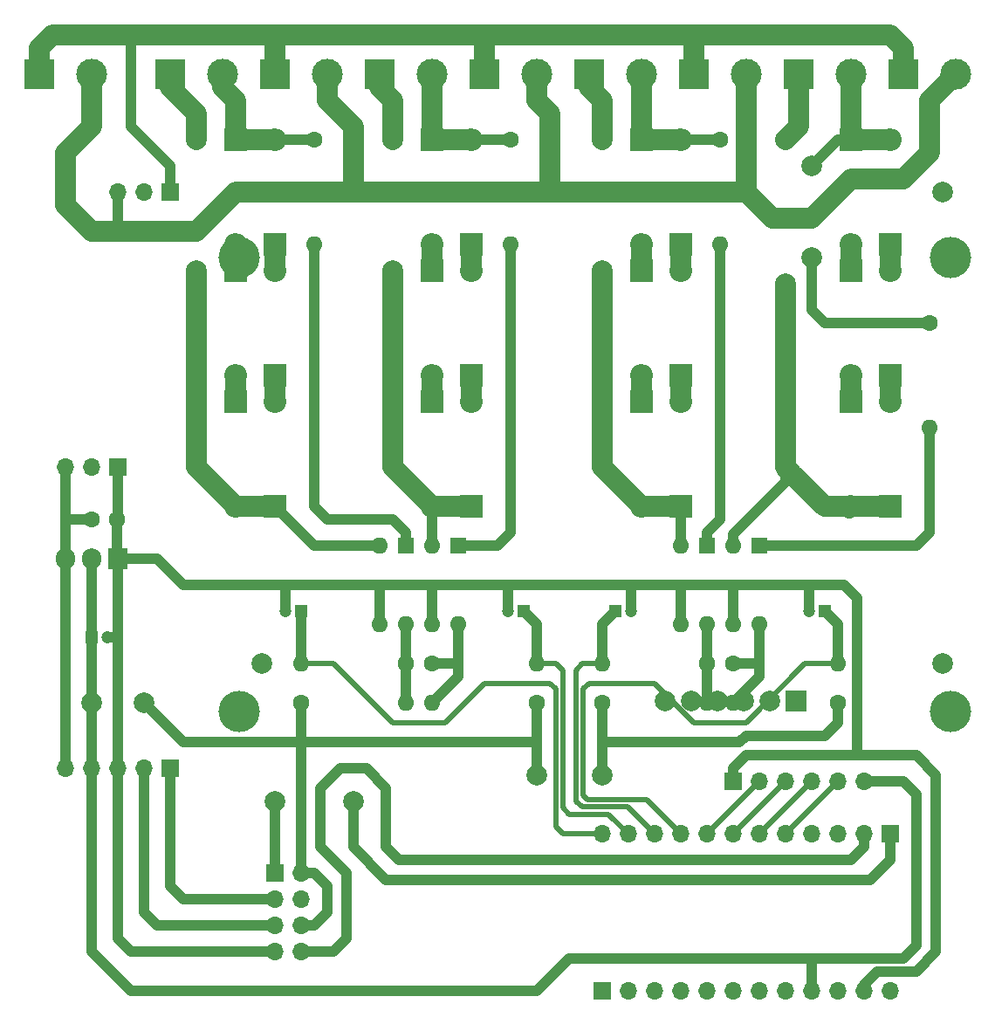
<source format=gbr>
%TF.GenerationSoftware,KiCad,Pcbnew,(5.1.7)-1*%
%TF.CreationDate,2020-11-14T13:05:27+01:00*%
%TF.ProjectId,bulb-current-sensor,62756c62-2d63-4757-9272-656e742d7365,rev?*%
%TF.SameCoordinates,Original*%
%TF.FileFunction,Copper,L2,Bot*%
%TF.FilePolarity,Positive*%
%FSLAX46Y46*%
G04 Gerber Fmt 4.6, Leading zero omitted, Abs format (unit mm)*
G04 Created by KiCad (PCBNEW (5.1.7)-1) date 2020-11-14 13:05:27*
%MOMM*%
%LPD*%
G01*
G04 APERTURE LIST*
%TA.AperFunction,ComponentPad*%
%ADD10C,2.000000*%
%TD*%
%TA.AperFunction,ComponentPad*%
%ADD11R,2.000000X2.000000*%
%TD*%
%TA.AperFunction,ComponentPad*%
%ADD12C,4.000000*%
%TD*%
%TA.AperFunction,ComponentPad*%
%ADD13C,3.000000*%
%TD*%
%TA.AperFunction,ComponentPad*%
%ADD14R,2.999999X2.999999*%
%TD*%
%TA.AperFunction,ComponentPad*%
%ADD15R,1.200000X1.200000*%
%TD*%
%TA.AperFunction,ComponentPad*%
%ADD16C,1.200000*%
%TD*%
%TA.AperFunction,ComponentPad*%
%ADD17O,2.200000X2.200000*%
%TD*%
%TA.AperFunction,ComponentPad*%
%ADD18R,2.200000X2.200000*%
%TD*%
%TA.AperFunction,ComponentPad*%
%ADD19R,3.000000X3.000000*%
%TD*%
%TA.AperFunction,ComponentPad*%
%ADD20R,1.700000X1.700000*%
%TD*%
%TA.AperFunction,ComponentPad*%
%ADD21O,1.700000X1.700000*%
%TD*%
%TA.AperFunction,ComponentPad*%
%ADD22C,1.600000*%
%TD*%
%TA.AperFunction,ComponentPad*%
%ADD23O,1.600000X1.600000*%
%TD*%
%TA.AperFunction,ComponentPad*%
%ADD24R,1.600000X1.600000*%
%TD*%
%TA.AperFunction,ComponentPad*%
%ADD25R,1.905000X2.000000*%
%TD*%
%TA.AperFunction,ComponentPad*%
%ADD26O,1.905000X2.000000*%
%TD*%
%TA.AperFunction,Conductor*%
%ADD27C,1.016000*%
%TD*%
%TA.AperFunction,Conductor*%
%ADD28C,0.508000*%
%TD*%
%TA.AperFunction,Conductor*%
%ADD29C,2.032000*%
%TD*%
G04 APERTURE END LIST*
D10*
%TO.P,REF\u002A\u002A,6*%
%TO.N,N/C*%
X86140000Y-84900000D03*
%TO.P,REF\u002A\u002A,5*%
X88680000Y-84900000D03*
%TO.P,REF\u002A\u002A,4*%
X91220000Y-84900000D03*
%TO.P,REF\u002A\u002A,3*%
X93760000Y-84900000D03*
%TO.P,REF\u002A\u002A,2*%
X96300000Y-84900000D03*
D11*
%TO.P,REF\u002A\u002A,1*%
X98840000Y-84900000D03*
D12*
%TO.P,REF\u002A\u002A,10*%
X44840000Y-85900000D03*
X44840000Y-41900000D03*
X113840000Y-41900000D03*
X113840000Y-85900000D03*
%TD*%
D10*
%TO.P,hole1,1*%
%TO.N,N/C*%
X46990000Y-81280000D03*
%TD*%
%TO.P,hole1,1*%
%TO.N,N/C*%
X113030000Y-81280000D03*
%TD*%
%TO.P,hole1,1*%
%TO.N,N/C*%
X113030000Y-35560000D03*
%TD*%
%TO.P,REF\u002A\u002A,1*%
%TO.N,/esp_rx*%
X55880000Y-94615000D03*
%TD*%
%TO.P,REF\u002A\u002A,1*%
%TO.N,/esp_rx*%
X48260000Y-94615000D03*
%TD*%
%TO.P,REF\u002A\u002A,1*%
%TO.N,/dc_33*%
X73660000Y-92075000D03*
%TD*%
%TO.P,REF\u002A\u002A,1*%
%TO.N,/dc_33*%
X80010000Y-92075000D03*
%TD*%
%TO.P,REF\u002A\u002A,1*%
%TO.N,/dc_33*%
X35560000Y-85090000D03*
%TD*%
%TO.P,REF\u002A\u002A,1*%
%TO.N,/dc_33*%
X30480000Y-85090000D03*
%TD*%
%TO.P,REF\u002A\u002A,1*%
%TO.N,/ac_in4*%
X100330000Y-41910000D03*
%TD*%
%TO.P,REF\u002A\u002A,1*%
%TO.N,/ac_in4*%
X100330000Y-33020000D03*
%TD*%
D13*
%TO.P,J9,2*%
%TO.N,/ac_live*%
X114300000Y-24130000D03*
D14*
%TO.P,J9,1*%
%TO.N,/ac_neutral*%
X109220000Y-24130000D03*
%TD*%
D10*
%TO.P,REF\u002A\u002A,1*%
%TO.N,/as_out4*%
X97790000Y-44450000D03*
%TD*%
%TO.P,REF\u002A\u002A,1*%
%TO.N,/as_out4*%
X97790000Y-30480000D03*
%TD*%
%TO.P,REF\u002A\u002A,1*%
%TO.N,/as_out3*%
X80010000Y-43180000D03*
%TD*%
%TO.P,REF\u002A\u002A,1*%
%TO.N,/as_out3*%
X80010000Y-30480000D03*
%TD*%
%TO.P,REF\u002A\u002A,1*%
%TO.N,/as_out2*%
X59690000Y-43180000D03*
%TD*%
%TO.P,REF\u002A\u002A,1*%
%TO.N,/as_out2*%
X59690000Y-30480000D03*
%TD*%
%TO.P,REF\u002A\u002A,1*%
%TO.N,/as_out1*%
X40640000Y-43180000D03*
%TD*%
%TO.P,REF\u002A\u002A,1*%
%TO.N,/as_out1*%
X40640000Y-30480000D03*
%TD*%
D15*
%TO.P,C1,1*%
%TO.N,/sense1*%
X50800000Y-76200000D03*
D16*
%TO.P,C1,2*%
%TO.N,/gnd*%
X49300000Y-76200000D03*
%TD*%
D15*
%TO.P,C2,1*%
%TO.N,/sense2*%
X72390000Y-76200000D03*
D16*
%TO.P,C2,2*%
%TO.N,/gnd*%
X70890000Y-76200000D03*
%TD*%
%TO.P,C3,2*%
%TO.N,/gnd*%
X82780000Y-76200000D03*
D15*
%TO.P,C3,1*%
%TO.N,/sense3*%
X81280000Y-76200000D03*
%TD*%
D16*
%TO.P,C4,2*%
%TO.N,/gnd*%
X100100000Y-76200000D03*
D15*
%TO.P,C4,1*%
%TO.N,/sense4*%
X101600000Y-76200000D03*
%TD*%
D17*
%TO.P,D1,2*%
%TO.N,/ac_in1*%
X48260000Y-30480000D03*
D18*
%TO.P,D1,1*%
%TO.N,Net-(D1-Pad1)*%
X48260000Y-40640000D03*
%TD*%
%TO.P,D2,1*%
%TO.N,Net-(D2-Pad1)*%
X48260000Y-53340000D03*
D17*
%TO.P,D2,2*%
%TO.N,Net-(D1-Pad1)*%
X48260000Y-43180000D03*
%TD*%
D18*
%TO.P,D3,1*%
%TO.N,/as_out1*%
X48260000Y-66040000D03*
D17*
%TO.P,D3,2*%
%TO.N,Net-(D2-Pad1)*%
X48260000Y-55880000D03*
%TD*%
D18*
%TO.P,D4,1*%
%TO.N,Net-(D4-Pad1)*%
X67310000Y-40640000D03*
D17*
%TO.P,D4,2*%
%TO.N,/ac_in2*%
X67310000Y-30480000D03*
%TD*%
D18*
%TO.P,D5,1*%
%TO.N,Net-(D5-Pad1)*%
X67310000Y-53340000D03*
D17*
%TO.P,D5,2*%
%TO.N,Net-(D4-Pad1)*%
X67310000Y-43180000D03*
%TD*%
%TO.P,D6,2*%
%TO.N,Net-(D5-Pad1)*%
X67310000Y-55880000D03*
D18*
%TO.P,D6,1*%
%TO.N,/as_out2*%
X67310000Y-66040000D03*
%TD*%
D17*
%TO.P,D7,2*%
%TO.N,/ac_in3*%
X87630000Y-30480000D03*
D18*
%TO.P,D7,1*%
%TO.N,Net-(D7-Pad1)*%
X87630000Y-40640000D03*
%TD*%
%TO.P,D8,1*%
%TO.N,Net-(D8-Pad1)*%
X87630000Y-53340000D03*
D17*
%TO.P,D8,2*%
%TO.N,Net-(D7-Pad1)*%
X87630000Y-43180000D03*
%TD*%
%TO.P,D9,2*%
%TO.N,Net-(D8-Pad1)*%
X87630000Y-55880000D03*
D18*
%TO.P,D9,1*%
%TO.N,/as_out3*%
X87630000Y-66040000D03*
%TD*%
%TO.P,D10,1*%
%TO.N,Net-(D10-Pad1)*%
X107950000Y-40640000D03*
D17*
%TO.P,D10,2*%
%TO.N,/ac_in4*%
X107950000Y-30480000D03*
%TD*%
%TO.P,D11,2*%
%TO.N,Net-(D10-Pad1)*%
X107950000Y-43180000D03*
D18*
%TO.P,D11,1*%
%TO.N,Net-(D11-Pad1)*%
X107950000Y-53340000D03*
%TD*%
%TO.P,D12,1*%
%TO.N,/as_out4*%
X107950000Y-66040000D03*
D17*
%TO.P,D12,2*%
%TO.N,Net-(D11-Pad1)*%
X107950000Y-55880000D03*
%TD*%
%TO.P,D13,2*%
%TO.N,Net-(D13-Pad2)*%
X44450000Y-40640000D03*
D18*
%TO.P,D13,1*%
%TO.N,/ac_in1*%
X44450000Y-30480000D03*
%TD*%
%TO.P,D14,1*%
%TO.N,Net-(D13-Pad2)*%
X44450000Y-43180000D03*
D17*
%TO.P,D14,2*%
%TO.N,Net-(D14-Pad2)*%
X44450000Y-53340000D03*
%TD*%
%TO.P,D15,2*%
%TO.N,/as_out1*%
X44450000Y-66040000D03*
D18*
%TO.P,D15,1*%
%TO.N,Net-(D14-Pad2)*%
X44450000Y-55880000D03*
%TD*%
%TO.P,D16,1*%
%TO.N,/ac_in2*%
X63500000Y-30480000D03*
D17*
%TO.P,D16,2*%
%TO.N,Net-(D16-Pad2)*%
X63500000Y-40640000D03*
%TD*%
%TO.P,D17,2*%
%TO.N,Net-(D17-Pad2)*%
X63500000Y-53340000D03*
D18*
%TO.P,D17,1*%
%TO.N,Net-(D16-Pad2)*%
X63500000Y-43180000D03*
%TD*%
%TO.P,D18,1*%
%TO.N,Net-(D17-Pad2)*%
X63500000Y-55880000D03*
D17*
%TO.P,D18,2*%
%TO.N,/as_out2*%
X63500000Y-66040000D03*
%TD*%
D18*
%TO.P,D19,1*%
%TO.N,/ac_in3*%
X83820000Y-30480000D03*
D17*
%TO.P,D19,2*%
%TO.N,Net-(D19-Pad2)*%
X83820000Y-40640000D03*
%TD*%
%TO.P,D20,2*%
%TO.N,Net-(D20-Pad2)*%
X83820000Y-53340000D03*
D18*
%TO.P,D20,1*%
%TO.N,Net-(D19-Pad2)*%
X83820000Y-43180000D03*
%TD*%
D17*
%TO.P,D21,2*%
%TO.N,/as_out3*%
X83820000Y-66040000D03*
D18*
%TO.P,D21,1*%
%TO.N,Net-(D20-Pad2)*%
X83820000Y-55880000D03*
%TD*%
D17*
%TO.P,D22,2*%
%TO.N,Net-(D22-Pad2)*%
X104140000Y-40640000D03*
D18*
%TO.P,D22,1*%
%TO.N,/ac_in4*%
X104140000Y-30480000D03*
%TD*%
%TO.P,D23,1*%
%TO.N,Net-(D22-Pad2)*%
X104140000Y-43180000D03*
D17*
%TO.P,D23,2*%
%TO.N,Net-(D23-Pad2)*%
X104140000Y-53340000D03*
%TD*%
%TO.P,D24,2*%
%TO.N,/as_out4*%
X104140000Y-66040000D03*
D18*
%TO.P,D24,1*%
%TO.N,Net-(D23-Pad2)*%
X104140000Y-55880000D03*
%TD*%
D19*
%TO.P,J1,1*%
%TO.N,/ac_neutral*%
X25400000Y-24130000D03*
D13*
%TO.P,J1,2*%
%TO.N,/ac_live*%
X30480000Y-24130000D03*
%TD*%
%TO.P,J2,2*%
%TO.N,/ac_in1*%
X43180000Y-24130000D03*
D19*
%TO.P,J2,1*%
%TO.N,/as_out1*%
X38100000Y-24130000D03*
%TD*%
%TO.P,J3,1*%
%TO.N,/ac_neutral*%
X48260000Y-24130000D03*
D13*
%TO.P,J3,2*%
%TO.N,/ac_live*%
X53340000Y-24130000D03*
%TD*%
D19*
%TO.P,J4,1*%
%TO.N,/as_out2*%
X58420000Y-24130000D03*
D13*
%TO.P,J4,2*%
%TO.N,/ac_in2*%
X63500000Y-24130000D03*
%TD*%
%TO.P,J5,2*%
%TO.N,/ac_live*%
X73660000Y-24130000D03*
D19*
%TO.P,J5,1*%
%TO.N,/ac_neutral*%
X68580000Y-24130000D03*
%TD*%
D13*
%TO.P,J6,2*%
%TO.N,/ac_in3*%
X83820000Y-24130000D03*
D19*
%TO.P,J6,1*%
%TO.N,/as_out3*%
X78740000Y-24130000D03*
%TD*%
%TO.P,J7,1*%
%TO.N,/ac_neutral*%
X88900000Y-24130000D03*
D13*
%TO.P,J7,2*%
%TO.N,/ac_live*%
X93980000Y-24130000D03*
%TD*%
D19*
%TO.P,J8,1*%
%TO.N,/as_out4*%
X99060000Y-24130000D03*
D13*
%TO.P,J8,2*%
%TO.N,/ac_in4*%
X104140000Y-24130000D03*
%TD*%
D20*
%TO.P,J16,1*%
%TO.N,Net-(J16-Pad1)*%
X80010000Y-113030000D03*
D21*
%TO.P,J16,2*%
%TO.N,Net-(J16-Pad2)*%
X82550000Y-113030000D03*
%TO.P,J16,3*%
%TO.N,Net-(J16-Pad3)*%
X85090000Y-113030000D03*
%TO.P,J16,4*%
%TO.N,Net-(J16-Pad4)*%
X87630000Y-113030000D03*
%TO.P,J16,5*%
%TO.N,Net-(J16-Pad5)*%
X90170000Y-113030000D03*
%TO.P,J16,6*%
%TO.N,Net-(J16-Pad6)*%
X92710000Y-113030000D03*
%TO.P,J16,7*%
%TO.N,Net-(J16-Pad7)*%
X95250000Y-113030000D03*
%TO.P,J16,8*%
%TO.N,Net-(J16-Pad8)*%
X97790000Y-113030000D03*
%TO.P,J16,9*%
%TO.N,/dc_33*%
X100330000Y-113030000D03*
%TO.P,J16,10*%
%TO.N,Net-(J16-Pad10)*%
X102870000Y-113030000D03*
%TO.P,J16,11*%
%TO.N,/gnd*%
X105410000Y-113030000D03*
%TO.P,J16,12*%
%TO.N,Net-(J16-Pad12)*%
X107950000Y-113030000D03*
%TD*%
D22*
%TO.P,R1,1*%
%TO.N,/ac_in1*%
X52070000Y-30480000D03*
D23*
%TO.P,R1,2*%
%TO.N,Net-(R1-Pad2)*%
X52070000Y-40640000D03*
%TD*%
%TO.P,R2,2*%
%TO.N,Net-(R2-Pad2)*%
X71120000Y-40640000D03*
D22*
%TO.P,R2,1*%
%TO.N,/ac_in2*%
X71120000Y-30480000D03*
%TD*%
%TO.P,R3,1*%
%TO.N,/ac_in3*%
X91440000Y-30480000D03*
D23*
%TO.P,R3,2*%
%TO.N,Net-(R3-Pad2)*%
X91440000Y-40640000D03*
%TD*%
D22*
%TO.P,R4,1*%
%TO.N,/ac_in4*%
X111760000Y-48260000D03*
D23*
%TO.P,R4,2*%
%TO.N,Net-(R4-Pad2)*%
X111760000Y-58420000D03*
%TD*%
%TO.P,R5,2*%
%TO.N,Net-(R5-Pad2)*%
X60960000Y-85090000D03*
D22*
%TO.P,R5,1*%
%TO.N,/dc_33*%
X50800000Y-85090000D03*
%TD*%
%TO.P,R6,1*%
%TO.N,/dc_33*%
X73660000Y-85090000D03*
D23*
%TO.P,R6,2*%
%TO.N,Net-(R10-Pad1)*%
X63500000Y-85090000D03*
%TD*%
%TO.P,R7,2*%
%TO.N,Net-(R11-Pad1)*%
X90170000Y-85090000D03*
D22*
%TO.P,R7,1*%
%TO.N,/dc_33*%
X80010000Y-85090000D03*
%TD*%
D23*
%TO.P,R8,2*%
%TO.N,Net-(R12-Pad1)*%
X92710000Y-85090000D03*
D22*
%TO.P,R8,1*%
%TO.N,/dc_33*%
X102870000Y-85090000D03*
%TD*%
%TO.P,R9,1*%
%TO.N,Net-(R5-Pad2)*%
X60960000Y-81280000D03*
D23*
%TO.P,R9,2*%
%TO.N,/sense1*%
X50800000Y-81280000D03*
%TD*%
%TO.P,R10,2*%
%TO.N,/sense2*%
X73660000Y-81280000D03*
D22*
%TO.P,R10,1*%
%TO.N,Net-(R10-Pad1)*%
X63500000Y-81280000D03*
%TD*%
%TO.P,R11,1*%
%TO.N,Net-(R11-Pad1)*%
X90170000Y-81280000D03*
D23*
%TO.P,R11,2*%
%TO.N,/sense3*%
X80010000Y-81280000D03*
%TD*%
%TO.P,R12,2*%
%TO.N,/sense4*%
X102870000Y-81280000D03*
D22*
%TO.P,R12,1*%
%TO.N,Net-(R12-Pad1)*%
X92710000Y-81280000D03*
%TD*%
D23*
%TO.P,U1,4*%
%TO.N,Net-(R5-Pad2)*%
X60960000Y-77470000D03*
%TO.P,U1,2*%
%TO.N,/as_out1*%
X58420000Y-69850000D03*
%TO.P,U1,3*%
%TO.N,/gnd*%
X58420000Y-77470000D03*
D24*
%TO.P,U1,1*%
%TO.N,Net-(R1-Pad2)*%
X60960000Y-69850000D03*
%TD*%
D23*
%TO.P,U2,4*%
%TO.N,Net-(R10-Pad1)*%
X66040000Y-77470000D03*
%TO.P,U2,2*%
%TO.N,/as_out2*%
X63500000Y-69850000D03*
%TO.P,U2,3*%
%TO.N,/gnd*%
X63500000Y-77470000D03*
D24*
%TO.P,U2,1*%
%TO.N,Net-(R2-Pad2)*%
X66040000Y-69850000D03*
%TD*%
%TO.P,U3,1*%
%TO.N,Net-(R3-Pad2)*%
X90170000Y-69850000D03*
D23*
%TO.P,U3,3*%
%TO.N,/gnd*%
X87630000Y-77470000D03*
%TO.P,U3,2*%
%TO.N,/as_out3*%
X87630000Y-69850000D03*
%TO.P,U3,4*%
%TO.N,Net-(R11-Pad1)*%
X90170000Y-77470000D03*
%TD*%
D24*
%TO.P,U4,1*%
%TO.N,Net-(R4-Pad2)*%
X95250000Y-69850000D03*
D23*
%TO.P,U4,3*%
%TO.N,/gnd*%
X92710000Y-77470000D03*
%TO.P,U4,2*%
%TO.N,/as_out4*%
X92710000Y-69850000D03*
%TO.P,U4,4*%
%TO.N,Net-(R12-Pad1)*%
X95250000Y-77470000D03*
%TD*%
D25*
%TO.P,U5,1*%
%TO.N,/gnd*%
X33020000Y-71120000D03*
D26*
%TO.P,U5,2*%
%TO.N,/dc_33*%
X30480000Y-71120000D03*
%TO.P,U5,3*%
%TO.N,/dc_5*%
X27940000Y-71120000D03*
%TD*%
D22*
%TO.P,C5,1*%
%TO.N,/dc_5*%
X30480000Y-67310000D03*
%TO.P,C5,2*%
%TO.N,/gnd*%
X32980000Y-67310000D03*
%TD*%
D15*
%TO.P,C6,1*%
%TO.N,/dc_33*%
X30480000Y-78740000D03*
D16*
%TO.P,C6,2*%
%TO.N,/gnd*%
X31980000Y-78740000D03*
%TD*%
D20*
%TO.P,J18,1*%
%TO.N,/esp_rx*%
X107950000Y-97790000D03*
D21*
%TO.P,J18,2*%
%TO.N,/esp_tx*%
X105410000Y-97790000D03*
%TO.P,J18,3*%
%TO.N,Net-(J18-Pad3)*%
X102870000Y-97790000D03*
%TO.P,J18,4*%
%TO.N,Net-(J18-Pad4)*%
X100330000Y-97790000D03*
%TO.P,J18,5*%
%TO.N,/line4*%
X97790000Y-97790000D03*
%TO.P,J18,6*%
%TO.N,/line3*%
X95250000Y-97790000D03*
%TO.P,J18,7*%
%TO.N,/line2*%
X92710000Y-97790000D03*
%TO.P,J18,8*%
%TO.N,/line1*%
X90170000Y-97790000D03*
%TO.P,J18,9*%
%TO.N,/sense4*%
X87630000Y-97790000D03*
%TO.P,J18,10*%
%TO.N,/sense3*%
X85090000Y-97790000D03*
%TO.P,J18,11*%
%TO.N,/sense2*%
X82550000Y-97790000D03*
%TO.P,J18,12*%
%TO.N,/sense1*%
X80010000Y-97790000D03*
%TD*%
D20*
%TO.P,J19,1*%
%TO.N,/gpio0*%
X38100000Y-91440000D03*
D21*
%TO.P,J19,2*%
%TO.N,/gpio2*%
X35560000Y-91440000D03*
%TO.P,J19,3*%
%TO.N,/gnd*%
X33020000Y-91440000D03*
%TO.P,J19,4*%
%TO.N,/dc_33*%
X30480000Y-91440000D03*
%TO.P,J19,5*%
%TO.N,/dc_5*%
X27940000Y-91440000D03*
%TD*%
D20*
%TO.P,J20,1*%
%TO.N,/gnd*%
X92710000Y-92710000D03*
D21*
%TO.P,J20,2*%
%TO.N,/line1*%
X95250000Y-92710000D03*
%TO.P,J20,3*%
%TO.N,/line2*%
X97790000Y-92710000D03*
%TO.P,J20,4*%
%TO.N,/line3*%
X100330000Y-92710000D03*
%TO.P,J20,5*%
%TO.N,/line4*%
X102870000Y-92710000D03*
%TO.P,J20,6*%
%TO.N,/dc_33*%
X105410000Y-92710000D03*
%TD*%
%TO.P,J13,3*%
%TO.N,/ac_live*%
X33020000Y-35560000D03*
%TO.P,J13,2*%
%TO.N,Net-(J13-Pad2)*%
X35560000Y-35560000D03*
D20*
%TO.P,J13,1*%
%TO.N,/ac_neutral*%
X38100000Y-35560000D03*
%TD*%
%TO.P,J15,1*%
%TO.N,/gnd*%
X33020000Y-62230000D03*
D21*
%TO.P,J15,2*%
%TO.N,Net-(J15-Pad2)*%
X30480000Y-62230000D03*
%TO.P,J15,3*%
%TO.N,/dc_5*%
X27940000Y-62230000D03*
%TD*%
D20*
%TO.P,J10,1*%
%TO.N,/esp_rx*%
X48260000Y-101600000D03*
D21*
%TO.P,J10,2*%
%TO.N,/dc_33*%
X50800000Y-101600000D03*
%TO.P,J10,3*%
%TO.N,/gpio0*%
X48260000Y-104140000D03*
%TO.P,J10,4*%
%TO.N,Net-(J10-Pad4)*%
X50800000Y-104140000D03*
%TO.P,J10,5*%
%TO.N,/gpio2*%
X48260000Y-106680000D03*
%TO.P,J10,6*%
%TO.N,/dc_33*%
X50800000Y-106680000D03*
%TO.P,J10,7*%
%TO.N,/gnd*%
X48260000Y-109220000D03*
%TO.P,J10,8*%
%TO.N,/esp_tx*%
X50800000Y-109220000D03*
%TD*%
D27*
%TO.N,/sense1*%
X50800000Y-76200000D02*
X50800000Y-81280000D01*
D28*
X64770000Y-86995000D02*
X59690000Y-86995000D01*
X53975000Y-81280000D02*
X50800000Y-81280000D01*
X74930000Y-83185000D02*
X68580000Y-83185000D01*
X68580000Y-83185000D02*
X64770000Y-86995000D01*
X75491990Y-83746990D02*
X74930000Y-83185000D01*
X59690000Y-86995000D02*
X53975000Y-81280000D01*
X75491990Y-97081990D02*
X75491990Y-83746990D01*
X76200000Y-97790000D02*
X75491990Y-97081990D01*
X80010000Y-97790000D02*
X76200000Y-97790000D01*
D27*
%TO.N,/gnd*%
X33020000Y-67270000D02*
X32980000Y-67310000D01*
X33020000Y-63500000D02*
X33020000Y-67270000D01*
X32980000Y-71080000D02*
X33020000Y-71120000D01*
X32980000Y-67310000D02*
X32980000Y-71080000D01*
X33020000Y-90170000D02*
X33020000Y-91440000D01*
X31980000Y-78740000D02*
X33020000Y-78740000D01*
X33020000Y-78740000D02*
X33020000Y-90170000D01*
X33020000Y-71120000D02*
X33020000Y-78740000D01*
X48260000Y-109220000D02*
X34290000Y-109220000D01*
X33020000Y-107950000D02*
X33020000Y-91440000D01*
X34290000Y-109220000D02*
X33020000Y-107950000D01*
X58420000Y-77470000D02*
X58420000Y-73660000D01*
X63500000Y-77470000D02*
X63500000Y-73660000D01*
X58420000Y-73660000D02*
X63500000Y-73660000D01*
X82780000Y-73890000D02*
X82550000Y-73660000D01*
X82780000Y-76200000D02*
X82780000Y-73890000D01*
X70890000Y-73890000D02*
X71120000Y-73660000D01*
X70890000Y-76200000D02*
X70890000Y-73890000D01*
X71120000Y-73660000D02*
X82550000Y-73660000D01*
X63500000Y-73660000D02*
X71120000Y-73660000D01*
X87630000Y-77470000D02*
X87630000Y-73660000D01*
X82550000Y-73660000D02*
X87630000Y-73660000D01*
X92710000Y-77470000D02*
X92710000Y-73660000D01*
X87630000Y-73660000D02*
X92710000Y-73660000D01*
X36830000Y-71120000D02*
X33020000Y-71120000D01*
X39370000Y-73660000D02*
X36830000Y-71120000D01*
X49300000Y-73890000D02*
X49530000Y-73660000D01*
X49300000Y-76200000D02*
X49300000Y-73890000D01*
X49530000Y-73660000D02*
X39370000Y-73660000D01*
X58420000Y-73660000D02*
X49530000Y-73660000D01*
X92710000Y-91440000D02*
X93980000Y-90170000D01*
X92710000Y-92710000D02*
X92710000Y-91440000D01*
X92710000Y-73660000D02*
X99060000Y-73660000D01*
X100100000Y-74700000D02*
X100100000Y-76200000D01*
X100100000Y-73890000D02*
X100330000Y-73660000D01*
X100100000Y-76200000D02*
X100100000Y-73890000D01*
X99060000Y-73660000D02*
X100330000Y-73660000D01*
X104775000Y-90170000D02*
X104775000Y-74930000D01*
X104775000Y-74930000D02*
X103505000Y-73660000D01*
X100330000Y-73660000D02*
X103505000Y-73660000D01*
X93980000Y-90170000D02*
X104775000Y-90170000D01*
X105410000Y-112395000D02*
X105410000Y-113030000D01*
X106680000Y-111125000D02*
X105410000Y-112395000D01*
X106680000Y-111125000D02*
X110490000Y-111125000D01*
X110490000Y-111125000D02*
X112395000Y-109220000D01*
X112395000Y-109220000D02*
X112395000Y-92075000D01*
X112395000Y-92075000D02*
X110490000Y-90170000D01*
X110490000Y-90170000D02*
X104775000Y-90170000D01*
X33020000Y-63500000D02*
X33020000Y-62230000D01*
%TO.N,/sense2*%
X72390000Y-76200000D02*
X73660000Y-77470000D01*
X73660000Y-77470000D02*
X73660000Y-81280000D01*
D28*
X75565000Y-81280000D02*
X73660000Y-81280000D01*
X76200000Y-81915000D02*
X75565000Y-81280000D01*
X76200000Y-95250000D02*
X76200000Y-81915000D01*
X76835000Y-95885000D02*
X76200000Y-95250000D01*
X80645000Y-95885000D02*
X76835000Y-95885000D01*
X82550000Y-97790000D02*
X80645000Y-95885000D01*
D27*
%TO.N,/sense3*%
X81280000Y-76200000D02*
X80010000Y-77470000D01*
X80010000Y-77470000D02*
X80010000Y-81280000D01*
D28*
X82476990Y-95176990D02*
X85090000Y-97790000D01*
X78031990Y-95176990D02*
X82476990Y-95176990D01*
X77470000Y-81915000D02*
X77470000Y-94615000D01*
X77470000Y-94615000D02*
X78031990Y-95176990D01*
X78105000Y-81280000D02*
X77470000Y-81915000D01*
X80010000Y-81280000D02*
X78105000Y-81280000D01*
D27*
%TO.N,/sense4*%
X101600000Y-76200000D02*
X102870000Y-77470000D01*
X102870000Y-77470000D02*
X102870000Y-81280000D01*
D28*
X78593980Y-94468980D02*
X84308980Y-94468980D01*
X78178010Y-94053010D02*
X78593980Y-94468980D01*
X78178010Y-83746990D02*
X78178010Y-94053010D01*
X84308980Y-94468980D02*
X87630000Y-97790000D01*
X78740000Y-83185000D02*
X78178010Y-83746990D01*
X85090000Y-83185000D02*
X78740000Y-83185000D01*
X88900000Y-86995000D02*
X85090000Y-83185000D01*
X93980000Y-86995000D02*
X88900000Y-86995000D01*
X99695000Y-81280000D02*
X93980000Y-86995000D01*
X102870000Y-81280000D02*
X99695000Y-81280000D01*
D29*
%TO.N,/ac_in1*%
X44450000Y-30480000D02*
X48260000Y-30480000D01*
D27*
X48260000Y-30480000D02*
X52070000Y-30480000D01*
D29*
X43180000Y-24130000D02*
X43180000Y-25400000D01*
X44450000Y-26670000D02*
X44450000Y-30480000D01*
X43180000Y-25400000D02*
X44450000Y-26670000D01*
%TO.N,Net-(D1-Pad1)*%
X48260000Y-40640000D02*
X48260000Y-43180000D01*
%TO.N,Net-(D2-Pad1)*%
X48260000Y-53340000D02*
X48260000Y-55880000D01*
%TO.N,/as_out1*%
X38100000Y-24130000D02*
X38100000Y-25400000D01*
X40640000Y-27940000D02*
X40640000Y-30480000D01*
X38100000Y-25400000D02*
X40640000Y-27940000D01*
X40640000Y-62230000D02*
X44450000Y-66040000D01*
X40640000Y-43180000D02*
X40640000Y-62230000D01*
X44450000Y-66040000D02*
X48260000Y-66040000D01*
D27*
X52070000Y-69850000D02*
X48260000Y-66040000D01*
X58420000Y-69850000D02*
X52070000Y-69850000D01*
D29*
%TO.N,Net-(D4-Pad1)*%
X67310000Y-40640000D02*
X67310000Y-43180000D01*
%TO.N,/ac_in2*%
X63500000Y-24130000D02*
X63500000Y-30480000D01*
X63500000Y-30480000D02*
X67310000Y-30480000D01*
D27*
X67310000Y-30480000D02*
X71120000Y-30480000D01*
D29*
%TO.N,Net-(D5-Pad1)*%
X67310000Y-53340000D02*
X67310000Y-55880000D01*
%TO.N,/as_out2*%
X58420000Y-24130000D02*
X58420000Y-25400000D01*
X59690000Y-26670000D02*
X59690000Y-30480000D01*
X58420000Y-25400000D02*
X59690000Y-26670000D01*
X63500000Y-66040000D02*
X67310000Y-66040000D01*
X63500000Y-66040000D02*
X59690000Y-62230000D01*
X59690000Y-62230000D02*
X59690000Y-43180000D01*
D27*
X63500000Y-66040000D02*
X63500000Y-69850000D01*
D29*
%TO.N,/ac_in3*%
X83820000Y-24130000D02*
X83820000Y-30480000D01*
X83820000Y-30480000D02*
X87630000Y-30480000D01*
D27*
X87630000Y-30480000D02*
X91440000Y-30480000D01*
D29*
%TO.N,Net-(D7-Pad1)*%
X87630000Y-43180000D02*
X87630000Y-40640000D01*
%TO.N,Net-(D8-Pad1)*%
X87630000Y-55880000D02*
X87630000Y-53340000D01*
%TO.N,/as_out3*%
X78740000Y-24130000D02*
X78740000Y-25400000D01*
X80010000Y-26670000D02*
X80010000Y-30480000D01*
X78740000Y-25400000D02*
X80010000Y-26670000D01*
X80010000Y-62230000D02*
X83820000Y-66040000D01*
X80010000Y-43180000D02*
X80010000Y-62230000D01*
X83820000Y-66040000D02*
X87630000Y-66040000D01*
D27*
X87630000Y-66040000D02*
X87630000Y-69850000D01*
D29*
%TO.N,Net-(D10-Pad1)*%
X107950000Y-40640000D02*
X107950000Y-43180000D01*
%TO.N,/ac_in4*%
X104140000Y-24130000D02*
X104140000Y-30480000D01*
X104140000Y-30480000D02*
X107950000Y-30480000D01*
D27*
X102870000Y-30480000D02*
X100330000Y-33020000D01*
X104140000Y-30480000D02*
X102870000Y-30480000D01*
X111760000Y-48260000D02*
X101600000Y-48260000D01*
X100330000Y-46990000D02*
X100330000Y-41910000D01*
X101600000Y-48260000D02*
X100330000Y-46990000D01*
D29*
%TO.N,Net-(D11-Pad1)*%
X107950000Y-53340000D02*
X107950000Y-55880000D01*
%TO.N,/as_out4*%
X104140000Y-66040000D02*
X107950000Y-66040000D01*
X99060000Y-29210000D02*
X97790000Y-30480000D01*
X99060000Y-24130000D02*
X99060000Y-29210000D01*
X97790000Y-44450000D02*
X97790000Y-59690000D01*
X104001370Y-66178630D02*
X104140000Y-66040000D01*
X104140000Y-66040000D02*
X101600000Y-66040000D01*
X97790000Y-62230000D02*
X97790000Y-59690000D01*
X98425000Y-62865000D02*
X97790000Y-62230000D01*
X101600000Y-66040000D02*
X98425000Y-62865000D01*
D27*
X97790000Y-63638630D02*
X97790000Y-62230000D01*
X92710000Y-68718630D02*
X97790000Y-63638630D01*
X92710000Y-69850000D02*
X92710000Y-68718630D01*
D29*
%TO.N,Net-(D13-Pad2)*%
X44450000Y-40640000D02*
X44450000Y-43180000D01*
%TO.N,Net-(D14-Pad2)*%
X44450000Y-53340000D02*
X44450000Y-55880000D01*
%TO.N,Net-(D16-Pad2)*%
X63500000Y-40640000D02*
X63500000Y-43180000D01*
%TO.N,Net-(D17-Pad2)*%
X63500000Y-53340000D02*
X63500000Y-55880000D01*
%TO.N,Net-(D19-Pad2)*%
X83820000Y-43180000D02*
X83820000Y-40640000D01*
%TO.N,Net-(D20-Pad2)*%
X83820000Y-55880000D02*
X83820000Y-53340000D01*
%TO.N,Net-(D22-Pad2)*%
X104140000Y-40640000D02*
X104140000Y-43180000D01*
%TO.N,Net-(D23-Pad2)*%
X104140000Y-53340000D02*
X104140000Y-55880000D01*
%TO.N,/ac_live*%
X55880000Y-35560000D02*
X74930000Y-35560000D01*
X53340000Y-24130000D02*
X53340000Y-26670000D01*
X55880000Y-29210000D02*
X55880000Y-35560000D01*
X53340000Y-26670000D02*
X55880000Y-29210000D01*
X73660000Y-24130000D02*
X73660000Y-26670000D01*
X74930000Y-27940000D02*
X74930000Y-35560000D01*
X73660000Y-26670000D02*
X74930000Y-27940000D01*
X48260000Y-35560000D02*
X55880000Y-35560000D01*
X44450000Y-35560000D02*
X48260000Y-35560000D01*
X40640000Y-39370000D02*
X44450000Y-35560000D01*
X27940000Y-36830000D02*
X30480000Y-39370000D01*
X27940000Y-31750000D02*
X27940000Y-36830000D01*
X30480000Y-29210000D02*
X27940000Y-31750000D01*
X30480000Y-24130000D02*
X30480000Y-29210000D01*
D27*
X33020000Y-35560000D02*
X33020000Y-39370000D01*
D29*
X33020000Y-39370000D02*
X40640000Y-39370000D01*
X30480000Y-39370000D02*
X33020000Y-39370000D01*
X93980000Y-24130000D02*
X93980000Y-35560000D01*
X74930000Y-35560000D02*
X93980000Y-35560000D01*
X111760000Y-26670000D02*
X114300000Y-24130000D01*
X111760000Y-31750000D02*
X111760000Y-26670000D01*
X109220000Y-34290000D02*
X111760000Y-31750000D01*
X104140000Y-34290000D02*
X109220000Y-34290000D01*
X100330000Y-38100000D02*
X104140000Y-34290000D01*
X96520000Y-38100000D02*
X100330000Y-38100000D01*
X93980000Y-35560000D02*
X96520000Y-38100000D01*
%TO.N,/ac_neutral*%
X25400000Y-24130000D02*
X25400000Y-21590000D01*
X25400000Y-21590000D02*
X26670000Y-20320000D01*
X109220000Y-21590000D02*
X109220000Y-24130000D01*
X107950000Y-20320000D02*
X109220000Y-21590000D01*
X88900000Y-24130000D02*
X88900000Y-20320000D01*
X88900000Y-20320000D02*
X107950000Y-20320000D01*
X68580000Y-24130000D02*
X68580000Y-20320000D01*
X68580000Y-20320000D02*
X88900000Y-20320000D01*
X48260000Y-24130000D02*
X48260000Y-20320000D01*
X48260000Y-20320000D02*
X68580000Y-20320000D01*
D27*
X38100000Y-35560000D02*
X38100000Y-33020000D01*
X34290000Y-29210000D02*
X34290000Y-20320000D01*
D29*
X34290000Y-20320000D02*
X48260000Y-20320000D01*
D27*
X38100000Y-33020000D02*
X34290000Y-29210000D01*
D29*
X26670000Y-20320000D02*
X34290000Y-20320000D01*
D27*
%TO.N,/dc_5*%
X27940000Y-67310000D02*
X30480000Y-67310000D01*
X27940000Y-63500000D02*
X27940000Y-67310000D01*
X27940000Y-67310000D02*
X27940000Y-71120000D01*
X27940000Y-71120000D02*
X27940000Y-91440000D01*
X27940000Y-63500000D02*
X27940000Y-62230000D01*
%TO.N,/dc_33*%
X30480000Y-71120000D02*
X30480000Y-78740000D01*
X30480000Y-78740000D02*
X30480000Y-91440000D01*
X50800000Y-87630000D02*
X50800000Y-85090000D01*
X34290000Y-113030000D02*
X73660000Y-113030000D01*
X30480000Y-109220000D02*
X34290000Y-113030000D01*
X30480000Y-91440000D02*
X30480000Y-109220000D01*
X100330000Y-113030000D02*
X100330000Y-111760000D01*
X50800000Y-106680000D02*
X52070000Y-106680000D01*
X52070000Y-106680000D02*
X53340000Y-105410000D01*
X53340000Y-105410000D02*
X53340000Y-102870000D01*
X53340000Y-102870000D02*
X52070000Y-101600000D01*
X52070000Y-101600000D02*
X50800000Y-101600000D01*
X73660000Y-85090000D02*
X73660000Y-86995000D01*
X50800000Y-88900000D02*
X50800000Y-87630000D01*
X50800000Y-101600000D02*
X50800000Y-88900000D01*
X102870000Y-85090000D02*
X102870000Y-86360000D01*
X80010000Y-85090000D02*
X80010000Y-86995000D01*
X93345000Y-88900000D02*
X93980000Y-88265000D01*
X93980000Y-88265000D02*
X101600000Y-88265000D01*
X102870000Y-86995000D02*
X102870000Y-86360000D01*
X101600000Y-88265000D02*
X102870000Y-86995000D01*
X105410000Y-92710000D02*
X109220000Y-92710000D01*
X68580000Y-88900000D02*
X50800000Y-88900000D01*
X71755000Y-88900000D02*
X68580000Y-88900000D01*
X85090000Y-88900000D02*
X93345000Y-88900000D01*
X81915000Y-88900000D02*
X85090000Y-88900000D01*
X35560000Y-85090000D02*
X39370000Y-88900000D01*
X39370000Y-88900000D02*
X50800000Y-88900000D01*
X81915000Y-88900000D02*
X80010000Y-88900000D01*
X80010000Y-88900000D02*
X80010000Y-92075000D01*
X71755000Y-88900000D02*
X73660000Y-88900000D01*
X73660000Y-88900000D02*
X73660000Y-85090000D01*
X73660000Y-92075000D02*
X73660000Y-88900000D01*
X80010000Y-88900000D02*
X80010000Y-86995000D01*
X100330000Y-111760000D02*
X100330000Y-109855000D01*
X100330000Y-109855000D02*
X76835000Y-109855000D01*
X76835000Y-109855000D02*
X73660000Y-113030000D01*
X109220000Y-92710000D02*
X110490000Y-93980000D01*
X100330000Y-109855000D02*
X109220000Y-109855000D01*
X110490000Y-108585000D02*
X110490000Y-93980000D01*
X109220000Y-109855000D02*
X110490000Y-108585000D01*
%TO.N,/esp_rx*%
X48260000Y-94615000D02*
X48260000Y-101600000D01*
X107950000Y-100330000D02*
X107950000Y-97790000D01*
X106045000Y-102235000D02*
X107950000Y-100330000D01*
X59055000Y-102235000D02*
X106045000Y-102235000D01*
X55880000Y-99060000D02*
X59055000Y-102235000D01*
X55880000Y-94615000D02*
X55880000Y-99060000D01*
%TO.N,/gpio0*%
X48260000Y-104140000D02*
X39370000Y-104140000D01*
X38100000Y-102870000D02*
X38100000Y-91440000D01*
X39370000Y-104140000D02*
X38100000Y-102870000D01*
%TO.N,/gpio2*%
X35560000Y-91440000D02*
X35560000Y-105410000D01*
X36830000Y-106680000D02*
X48260000Y-106680000D01*
X35560000Y-105410000D02*
X36830000Y-106680000D01*
%TO.N,/esp_tx*%
X53975000Y-109220000D02*
X50800000Y-109220000D01*
X55245000Y-101600000D02*
X55245000Y-107950000D01*
X55245000Y-107950000D02*
X53975000Y-109220000D01*
X105410000Y-99060000D02*
X104140000Y-100330000D01*
X105410000Y-97790000D02*
X105410000Y-99060000D01*
X55245000Y-101600000D02*
X52705000Y-99060000D01*
X52705000Y-99060000D02*
X52705000Y-93345000D01*
X52705000Y-93345000D02*
X54610000Y-91440000D01*
X54610000Y-91440000D02*
X57150000Y-91440000D01*
X57150000Y-91440000D02*
X59055000Y-93345000D01*
X59055000Y-93345000D02*
X59055000Y-99060000D01*
X59055000Y-99060000D02*
X60325000Y-100330000D01*
X104140000Y-100330000D02*
X60325000Y-100330000D01*
D28*
%TO.N,/line1*%
X90170000Y-97790000D02*
X95250000Y-92710000D01*
%TO.N,/line2*%
X92710000Y-97790000D02*
X97790000Y-92710000D01*
%TO.N,/line3*%
X95250000Y-97790000D02*
X100330000Y-92710000D01*
%TO.N,/line4*%
X97790000Y-97790000D02*
X102870000Y-92710000D01*
D27*
%TO.N,Net-(R1-Pad2)*%
X52070000Y-40640000D02*
X52070000Y-66040000D01*
X52070000Y-66040000D02*
X53340000Y-67310000D01*
X53340000Y-67310000D02*
X59690000Y-67310000D01*
X60960000Y-68580000D02*
X60960000Y-69850000D01*
X59690000Y-67310000D02*
X60960000Y-68580000D01*
%TO.N,Net-(R2-Pad2)*%
X71120000Y-40640000D02*
X71120000Y-68580000D01*
X69850000Y-69850000D02*
X66040000Y-69850000D01*
X71120000Y-68580000D02*
X69850000Y-69850000D01*
%TO.N,Net-(R3-Pad2)*%
X91440000Y-40640000D02*
X91440000Y-67310000D01*
X90170000Y-68580000D02*
X90170000Y-69850000D01*
X91440000Y-67310000D02*
X90170000Y-68580000D01*
%TO.N,Net-(R4-Pad2)*%
X95250000Y-69850000D02*
X110490000Y-69850000D01*
X111760000Y-68580000D02*
X111760000Y-58420000D01*
X110490000Y-69850000D02*
X111760000Y-68580000D01*
%TO.N,Net-(R5-Pad2)*%
X60960000Y-77470000D02*
X60960000Y-81280000D01*
X60960000Y-81280000D02*
X60960000Y-85090000D01*
%TO.N,Net-(R10-Pad1)*%
X66040000Y-82550000D02*
X63500000Y-85090000D01*
X63500000Y-81280000D02*
X66040000Y-81280000D01*
X66040000Y-81280000D02*
X66040000Y-82550000D01*
X66040000Y-77470000D02*
X66040000Y-81280000D01*
%TO.N,Net-(R11-Pad1)*%
X90170000Y-77470000D02*
X90170000Y-81280000D01*
X90170000Y-81280000D02*
X90170000Y-85090000D01*
%TO.N,Net-(R12-Pad1)*%
X95250000Y-82550000D02*
X92710000Y-85090000D01*
X92710000Y-81280000D02*
X95250000Y-81280000D01*
X95250000Y-81280000D02*
X95250000Y-82550000D01*
X95250000Y-77470000D02*
X95250000Y-81280000D01*
%TD*%
M02*

</source>
